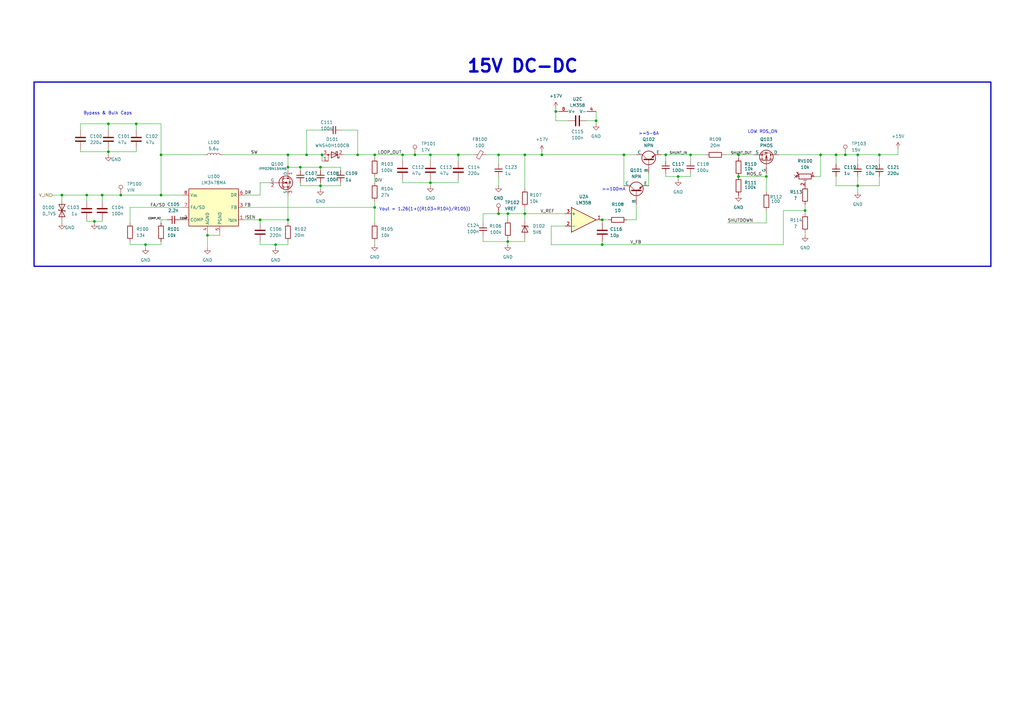
<source format=kicad_sch>
(kicad_sch (version 20250114) (generator "eeschema") (generator_version "9.0")
  (paper "A3")
  (lib_symbols
    (symbol "Amplifier_Operational:LM358" (pin_names (offset 0.127))
      (property "Reference" "U" (at 0 5.08 0))
      (property "Value" "LM358" (at 0 -5.08 0))
      (symbol "LM358_1_1"
        (polyline (pts (xy -5.08 5.08) (xy 5.08 0) (xy -5.08 -5.08) (xy -5.08 5.08)) (stroke (width 0.254)) (fill (type background)))
        (pin input line (at -7.62 2.54 0) (length 2.54) (name "+") (number "3"))
        (pin input line (at -7.62 -2.54 0) (length 2.54) (name "-") (number "2"))
        (pin output line (at 7.62 0 180) (length 2.54) (name "~") (number "1"))
      )
      (symbol "LM358_2_1"
        (polyline (pts (xy -5.08 5.08) (xy 5.08 0) (xy -5.08 -5.08) (xy -5.08 5.08)) (stroke (width 0.254)) (fill (type background)))
        (pin input line (at -7.62 2.54 0) (length 2.54) (name "+") (number "5"))
        (pin input line (at -7.62 -2.54 0) (length 2.54) (name "-") (number "6"))
        (pin output line (at 7.62 0 180) (length 2.54) (name "~") (number "7"))
      )
      (symbol "LM358_3_1"
        (pin power_in line (at -2.54 7.62 270) (length 3.81) (name "V+") (number "8"))
        (pin power_in line (at -2.54 -7.62 90) (length 3.81) (name "V-") (number "4"))
      )
    )
    (symbol "Connector:TestPoint" (pin_numbers (hide yes)) (pin_names (offset 0.762) (hide yes))
      (property "Reference" "TP" (at 0 6.858 0))
      (property "Value" "TestPoint" (at 0 5.08 0))
      (symbol "TestPoint_0_1"
        (circle (center 0 3.302) (radius 0.762))
      )
      (symbol "TestPoint_1_1"
        (pin passive line (at 0 0 90) (length 2.54) (name "1") (number "1"))
      )
    )
    (symbol "Device:C" (pin_numbers (hide yes)) (pin_names (offset 0.254))
      (property "Reference" "C" (at 0.635 2.54 0))
      (property "Value" "C" (at 0.635 -2.54 0))
      (symbol "C_0_1"
        (polyline (pts (xy -2.032 0.762) (xy 2.032 0.762)) (stroke (width 0.508)))
        (polyline (pts (xy -2.032 -0.762) (xy 2.032 -0.762)) (stroke (width 0.508)))
      )
      (symbol "C_1_1"
        (pin passive line (at 0 3.81 270) (length 2.794) (name "~") (number "1"))
        (pin passive line (at 0 -3.81 90) (length 2.794) (name "~") (number "2"))
      )
    )
    (symbol "Device:C_Small" (pin_numbers (hide yes)) (pin_names (offset 0.254) (hide yes))
      (property "Reference" "C" (at 0.254 1.778 0))
      (property "Value" "C_Small" (at 0.254 -2.032 0))
      (symbol "C_Small_0_1"
        (polyline (pts (xy -1.524 0.508) (xy 1.524 0.508)) (stroke (width 0.3048)))
        (polyline (pts (xy -1.524 -0.508) (xy 1.524 -0.508)) (stroke (width 0.3302)))
      )
      (symbol "C_Small_1_1"
        (pin passive line (at 0 2.54 270) (length 2.032) (name "~") (number "1"))
        (pin passive line (at 0 -2.54 90) (length 2.032) (name "~") (number "2"))
      )
    )
    (symbol "Device:D_Schottky_AKA" (pin_names (offset 0) (hide yes))
      (property "Reference" "D" (at 0 2.54 0))
      (property "Value" "D_Schottky_AKA" (at 0 -2.54 0))
      (symbol "D_Schottky_AKA_0_1"
        (polyline (pts (xy -1.905 0.635) (xy -1.905 1.27) (xy -1.27 1.27) (xy -1.27 -1.27) (xy -0.635 -1.27) (xy -0.635 -0.635)) (stroke (width 0.254)))
        (polyline (pts (xy 1.27 1.27) (xy 1.27 -1.27) (xy -1.27 0) (xy 1.27 1.27)) (stroke (width 0.254)))
        (circle (center 2.54 0) (radius 0.254) (fill (type outline)))
        (polyline (pts (xy 3.81 2.54) (xy 2.54 2.54) (xy 2.54 0) (xy -1.27 0)))
      )
      (symbol "D_Schottky_AKA_1_1"
        (pin passive line (at -3.81 0 0) (length 2.54) (name "K") (number "2"))
        (pin input line (at 5.08 2.54 180) (length 2.54) (name "A") (number "1"))
        (pin passive line (at 5.08 0 180) (length 2.54) (name "A") (number "3"))
      )
    )
    (symbol "Device:D_TVS" (pin_numbers (hide yes)) (pin_names (offset 1.016) (hide yes))
      (property "Reference" "D" (at 0 2.54 0))
      (property "Value" "D_TVS" (at 0 -2.54 0))
      (symbol "D_TVS_0_1"
        (polyline (pts (xy -2.54 1.27) (xy -2.54 -1.27) (xy 2.54 1.27) (xy 2.54 -1.27) (xy -2.54 1.27)) (stroke (width 0.254)))
        (polyline (pts (xy 0.508 1.27) (xy 0 1.27) (xy 0 -1.27) (xy -0.508 -1.27)) (stroke (width 0.254)))
        (polyline (pts (xy 1.27 0) (xy -1.27 0)))
      )
      (symbol "D_TVS_1_1"
        (pin passive line (at -3.81 0 0) (length 2.54) (name "A1") (number "1"))
        (pin passive line (at 3.81 0 180) (length 2.54) (name "A2") (number "2"))
      )
    )
    (symbol "Device:D_Zener" (pin_numbers (hide yes)) (pin_names (offset 1.016) (hide yes))
      (property "Reference" "D" (at 0 2.54 0))
      (property "Value" "D_Zener" (at 0 -2.54 0))
      (symbol "D_Zener_0_1"
        (polyline (pts (xy -1.27 -1.27) (xy -1.27 1.27) (xy -0.762 1.27)) (stroke (width 0.254)))
        (polyline (pts (xy 1.27 0) (xy -1.27 0)))
        (polyline (pts (xy 1.27 -1.27) (xy 1.27 1.27) (xy -1.27 0) (xy 1.27 -1.27)) (stroke (width 0.254)))
      )
      (symbol "D_Zener_1_1"
        (pin passive line (at -3.81 0 0) (length 2.54) (name "K") (number "1"))
        (pin passive line (at 3.81 0 180) (length 2.54) (name "A") (number "2"))
      )
    )
    (symbol "Device:FerriteBead_Small" (pin_numbers (hide yes)) (pin_names (offset 0))
      (property "Reference" "FB" (at 1.905 1.27 0))
      (property "Value" "FerriteBead_Small" (at 1.905 -1.27 0))
      (symbol "FerriteBead_Small_0_1"
        (polyline (pts (xy -1.8288 0.2794) (xy -1.1176 1.4986) (xy 1.8288 -0.2032) (xy 1.1176 -1.4224) (xy -1.8288 0.2794)))
        (polyline (pts (xy 0 0.889) (xy 0 1.2954)))
        (polyline (pts (xy 0 -1.27) (xy 0 -0.7874)))
      )
      (symbol "FerriteBead_Small_1_1"
        (pin passive line (at 0 2.54 270) (length 1.27) (name "~") (number "1"))
        (pin passive line (at 0 -2.54 90) (length 1.27) (name "~") (number "2"))
      )
    )
    (symbol "Device:L" (pin_numbers (hide yes)) (pin_names (offset 1.016) (hide yes))
      (property "Reference" "L" (at -1.27 0 90))
      (property "Value" "L" (at 1.905 0 90))
      (symbol "L_0_1"
        (arc (start 0 2.54) (mid 0.6323 1.905) (end 0 1.27))
        (arc (start 0 1.27) (mid 0.6323 0.635) (end 0 0))
        (arc (start 0 0) (mid 0.6323 -0.635) (end 0 -1.27))
        (arc (start 0 -1.27) (mid 0.6323 -1.905) (end 0 -2.54))
      )
      (symbol "L_1_1"
        (pin passive line (at 0 3.81 270) (length 1.27) (name "1") (number "1"))
        (pin passive line (at 0 -3.81 90) (length 1.27) (name "2") (number "2"))
      )
    )
    (symbol "Device:R" (pin_numbers (hide yes)) (pin_names (offset 0))
      (property "Reference" "R" (at 2.032 0 90))
      (property "Value" "R" (at 0 0 90))
      (symbol "R_0_1"
        (rectangle (start -1.016 -2.54) (end 1.016 2.54) (stroke (width 0.254)))
      )
      (symbol "R_1_1"
        (pin passive line (at 0 3.81 270) (length 1.27) (name "~") (number "1"))
        (pin passive line (at 0 -3.81 90) (length 1.27) (name "~") (number "2"))
      )
    )
    (symbol "Device:R_Potentiometer_Trim" (pin_names (offset 1.016) (hide yes))
      (property "Reference" "RV" (at -4.445 0 90))
      (property "Value" "R_Potentiometer_Trim" (at -2.54 0 90))
      (symbol "R_Potentiometer_Trim_0_1"
        (rectangle (start 1.016 2.54) (end -1.016 -2.54) (stroke (width 0.254)))
        (polyline (pts (xy 1.524 0.762) (xy 1.524 -0.762)))
        (polyline (pts (xy 2.54 0) (xy 1.524 0)))
      )
      (symbol "R_Potentiometer_Trim_1_1"
        (pin passive line (at 0 3.81 270) (length 1.27) (name "1") (number "1"))
        (pin passive line (at 0 -3.81 90) (length 1.27) (name "3") (number "3"))
        (pin passive line (at 3.81 0 180) (length 1.27) (name "2") (number "2"))
      )
    )
    (symbol "GND_1" (power) (pin_numbers (hide yes)) (pin_names (offset 0) (hide yes))
      (property "Value" "GND" (at 0 -3.81 0))
      (symbol "GND_1_0_1"
        (polyline (pts (xy 0 0) (xy 0 -1.27) (xy 1.27 -1.27) (xy 0 -2.54) (xy -1.27 -1.27) (xy 0 -1.27)))
      )
      (symbol "GND_1_1_1"
        (pin power_in line (at 0 0 270) (length 0) (name "~") (number "1"))
      )
    )
    (symbol "GND_2" (power) (pin_numbers (hide yes)) (pin_names (offset 0) (hide yes))
      (property "Value" "GND" (at 0 -3.81 0))
      (symbol "GND_2_0_1"
        (polyline (pts (xy 0 0) (xy 0 -1.27) (xy 1.27 -1.27) (xy 0 -2.54) (xy -1.27 -1.27) (xy 0 -1.27)))
      )
      (symbol "GND_2_1_1"
        (pin power_in line (at 0 0 270) (length 0) (name "~") (number "1"))
      )
    )
    (symbol "NPN_1" (pin_numbers (hide yes)) (pin_names (offset 0))
      (property "Reference" "Q102" (at 8.89 0 90))
      (property "Value" "NPN" (at 6.35 0 90))
      (symbol "NPN_1_0_1"
        (polyline (pts (xy -2.54 0) (xy 0.635 0)) (stroke (width 0.1524)))
        (polyline (pts (xy 0.635 1.905) (xy 0.635 -1.905) (xy 0.635 -1.905)) (stroke (width 0.508)))
        (polyline (pts (xy 0.635 0.635) (xy 2.54 2.54)))
        (polyline (pts (xy 0.635 -0.635) (xy 2.54 -2.54) (xy 2.54 -2.54)))
        (circle (center 1.27 0) (radius 2.8194) (stroke (width 0.254)))
        (polyline (pts (xy 1.27 -1.778) (xy 1.778 -1.27) (xy 2.286 -2.286) (xy 1.27 -1.778) (xy 1.27 -1.778)) (fill (type outline)))
        (polyline (pts (xy 2.794 -1.27) (xy 2.794 -1.27)) (stroke (width 0.1524)))
        (polyline (pts (xy 2.794 -1.27) (xy 2.794 -1.27)) (stroke (width 0.1524)))
      )
      (symbol "NPN_1_1_1"
        (pin input line (at -5.08 0 0) (length 2.54) (name "B") (number "1"))
        (pin open_collector line (at 2.54 5.08 270) (length 2.54) (name "C") (number "2"))
        (pin open_emitter line (at 2.54 -5.08 90) (length 2.54) (name "E") (number "3"))
      )
    )
    (symbol "Power_symbols:+17V" (power) (pin_numbers (hide yes)) (in_bom no) (on_board no)
      (property "Value" "+17V" (at -0.635 3.81 0))
      (symbol "+17V_0_1"
        (polyline (pts (xy -0.762 1.27) (xy 0 2.54)))
        (polyline (pts (xy 0 2.54) (xy 0.762 1.27)))
        (polyline (pts (xy 0 0) (xy 0 2.54)))
      )
      (symbol "+17V_1_1"
        (pin power_in line (at 0 0 90) (length 0) (hide yes) (name "+17V") (number "1"))
      )
    )
    (symbol "Regulator_Controller:LM3478MA"
      (property "Reference" "U" (at -9.525 8.89 0))
      (property "Value" "LM3478MA" (at 5.08 8.89 0))
      (symbol "LM3478MA_0_1"
        (rectangle (start -10.16 7.62) (end 10.16 -7.62) (stroke (width 0.254)) (fill (type background)))
      )
      (symbol "LM3478MA_1_1"
        (pin power_in line (at -12.7 5.08 0) (length 2.54) (name "V_{IN}") (number "8"))
        (pin input line (at -12.7 0 0) (length 2.54) (name "FA/SD") (number "7"))
        (pin input line (at -12.7 -5.08 0) (length 2.54) (name "COMP") (number "2"))
        (pin power_in line (at -2.54 -10.16 90) (length 2.54) (name "AGND") (number "4"))
        (pin power_in line (at 2.54 -10.16 90) (length 2.54) (name "PGND") (number "5"))
        (pin output line (at 12.7 5.08 180) (length 2.54) (name "DR") (number "6"))
        (pin input line (at 12.7 0 180) (length 2.54) (name "FB") (number "3"))
        (pin input line (at 12.7 -5.08 180) (length 2.54) (name "I_{SEN}") (number "1"))
      )
    )
    (symbol "Simulation_SPICE:NMOS" (pin_names (offset 0))
      (property "Reference" "Q" (at 5.08 1.27 0))
      (property "Value" "NMOS" (at 5.08 -1.27 0))
      (symbol "NMOS_0_1"
        (polyline (pts (xy 0.254 1.905) (xy 0.254 -1.905)) (stroke (width 0.254)))
        (polyline (pts (xy 0.254 0) (xy -2.54 0)))
        (polyline (pts (xy 0.762 2.286) (xy 0.762 1.27)) (stroke (width 0.254)))
        (polyline (pts (xy 0.762 0.508) (xy 0.762 -0.508)) (stroke (width 0.254)))
        (polyline (pts (xy 0.762 -1.27) (xy 0.762 -2.286)) (stroke (width 0.254)))
        (polyline (pts (xy 0.762 -1.778) (xy 3.302 -1.778) (xy 3.302 1.778) (xy 0.762 1.778)))
        (polyline (pts (xy 1.016 0) (xy 2.032 0.381) (xy 2.032 -0.381) (xy 1.016 0)) (fill (type outline)))
        (circle (center 1.651 0) (radius 2.794) (stroke (width 0.254)))
        (polyline (pts (xy 2.54 2.54) (xy 2.54 1.778)))
        (circle (center 2.54 1.778) (radius 0.254) (fill (type outline)))
        (circle (center 2.54 -1.778) (radius 0.254) (fill (type outline)))
        (polyline (pts (xy 2.54 -2.54) (xy 2.54 0) (xy 0.762 0)))
        (polyline (pts (xy 2.794 0.508) (xy 2.921 0.381) (xy 3.683 0.381) (xy 3.81 0.254)))
        (polyline (pts (xy 3.302 0.381) (xy 2.921 -0.254) (xy 3.683 -0.254) (xy 3.302 0.381)))
      )
      (symbol "NMOS_1_1"
        (pin input line (at -5.08 0 0) (length 2.54) (name "G") (number "2"))
        (pin passive line (at 2.54 5.08 270) (length 2.54) (name "D") (number "1"))
        (pin passive line (at 2.54 -5.08 90) (length 2.54) (name "S") (number "3"))
      )
    )
    (symbol "Simulation_SPICE:NPN" (pin_numbers (hide yes)) (pin_names (offset 0))
      (property "Reference" "Q" (at -2.54 7.62 0))
      (property "Value" "NPN" (at -2.54 5.08 0))
      (symbol "NPN_0_1"
        (polyline (pts (xy -2.54 0) (xy 0.635 0)) (stroke (width 0.1524)))
        (polyline (pts (xy 0.635 1.905) (xy 0.635 -1.905) (xy 0.635 -1.905)) (stroke (width 0.508)))
        (polyline (pts (xy 0.635 0.635) (xy 2.54 2.54)))
        (polyline (pts (xy 0.635 -0.635) (xy 2.54 -2.54) (xy 2.54 -2.54)))
        (circle (center 1.27 0) (radius 2.8194) (stroke (width 0.254)))
        (polyline (pts (xy 1.27 -1.778) (xy 1.778 -1.27) (xy 2.286 -2.286) (xy 1.27 -1.778) (xy 1.27 -1.778)) (fill (type outline)))
        (polyline (pts (xy 2.794 -1.27) (xy 2.794 -1.27)) (stroke (width 0.1524)))
        (polyline (pts (xy 2.794 -1.27) (xy 2.794 -1.27)) (stroke (width 0.1524)))
      )
      (symbol "NPN_1_1"
        (pin input line (at -5.08 0 0) (length 2.54) (name "B") (number "2"))
        (pin open_collector line (at 2.54 5.08 270) (length 2.54) (name "C") (number "1"))
        (pin open_emitter line (at 2.54 -5.08 90) (length 2.54) (name "E") (number "3"))
      )
    )
    (symbol "Simulation_SPICE:PMOS" (pin_numbers (hide yes)) (pin_names (offset 0))
      (property "Reference" "Q103" (at 8.89 0 90))
      (property "Value" "PMOS" (at 6.35 0 90))
      (symbol "PMOS_0_1"
        (polyline (pts (xy 0.254 1.905) (xy 0.254 -1.905)) (stroke (width 0.254)))
        (polyline (pts (xy 0.254 0) (xy -2.54 0)))
        (polyline (pts (xy 0.762 2.286) (xy 0.762 1.27)) (stroke (width 0.254)))
        (polyline (pts (xy 0.762 1.778) (xy 3.302 1.778) (xy 3.302 -1.778) (xy 0.762 -1.778)))
        (polyline (pts (xy 0.762 0.508) (xy 0.762 -0.508)) (stroke (width 0.254)))
        (polyline (pts (xy 0.762 -1.27) (xy 0.762 -2.286)) (stroke (width 0.254)))
        (circle (center 1.651 0) (radius 2.794) (stroke (width 0.254)))
        (polyline (pts (xy 2.286 0) (xy 1.27 0.381) (xy 1.27 -0.381) (xy 2.286 0)) (fill (type outline)))
        (polyline (pts (xy 2.54 2.54) (xy 2.54 1.778)))
        (circle (center 2.54 1.778) (radius 0.254) (fill (type outline)))
        (circle (center 2.54 -1.778) (radius 0.254) (fill (type outline)))
        (polyline (pts (xy 2.54 -2.54) (xy 2.54 0) (xy 0.762 0)))
        (polyline (pts (xy 2.794 -0.508) (xy 2.921 -0.381) (xy 3.683 -0.381) (xy 3.81 -0.254)))
        (polyline (pts (xy 3.302 -0.381) (xy 2.921 0.254) (xy 3.683 0.254) (xy 3.302 -0.381)))
      )
      (symbol "PMOS_1_1"
        (pin input line (at -5.08 0 0) (length 2.54) (name "G") (number "1"))
        (pin passive line (at 2.54 5.08 270) (length 2.54) (name "D") (number "2"))
        (pin passive line (at 2.54 -5.08 90) (length 2.54) (name "S") (number "3"))
      )
    )
    (symbol "power:+15V" (power) (pin_numbers (hide yes)) (pin_names (offset 0) (hide yes))
      (property "Value" "+15V" (at 0 3.556 0))
      (symbol "+15V_0_1"
        (polyline (pts (xy -0.762 1.27) (xy 0 2.54)))
        (polyline (pts (xy 0 2.54) (xy 0.762 1.27)))
        (polyline (pts (xy 0 0) (xy 0 2.54)))
      )
      (symbol "+15V_1_1"
        (pin power_in line (at 0 0 90) (length 0) (name "~") (number "1"))
      )
    )
    (symbol "power:GND" (power) (pin_names (offset 0))
      (property "Value" "GND" (at 0 -3.81 0))
      (symbol "GND_0_1"
        (polyline (pts (xy 0 0) (xy 0 -1.27) (xy 1.27 -1.27) (xy 0 -2.54) (xy -1.27 -1.27) (xy 0 -1.27)))
      )
      (symbol "GND_1_1"
        (pin power_in line (at 0 0 270) (length 0) (hide yes) (name "GND") (number "1"))
      )
    )
  )
  (rectangle (start 13.97 33.655) (end 406.4 109.22) (stroke (width 0.5)))
  (text "LOW RDS_ON" (at 312.801 54.102 0) (effects (font (size 1.27 1.27))))
  (text ">=5-6A" (at 266.065 54.864 0) (effects (font (size 1.27 1.27))))
  (text "15V DC-DC" (at 191.262 30.226 0) (effects (font (size 5.12 5.12) (thickness 1.024) (bold yes)) (justify left bottom)))
  (text "Vout = 1.26(1+((R103+R104)/R105))" (at 174.244 85.852 0) (effects (font (size 1.27 1.27))))
  (text "Bypass & Bulk Caps" (at 44.196 46.482 0) (effects (font (size 1.27 1.27))))
  (text ">=100mA" (at 251.714 77.724 0) (effects (font (size 1.27 1.27))))
  (junction (at 351.79 76.2))
  (junction (at 244.475 49.53))
  (junction (at 351.79 63.5))
  (junction (at 227.965 45.72))
  (junction (at 35.56 80.01))
  (junction (at 208.28 99.06))
  (junction (at 204.47 87.63))
  (junction (at 55.88 50.8))
  (junction (at 165.1 63.5))
  (junction (at 222.25 63.5))
  (junction (at 131.445 68.58))
  (junction (at 204.47 63.5))
  (junction (at 170.18 63.5))
  (junction (at 131.445 76.2))
  (junction (at 215.265 87.63))
  (junction (at 44.45 50.8))
  (junction (at 49.53 80.01))
  (junction (at 283.21 63.5))
  (junction (at 85.09 96.52))
  (junction (at 273.05 63.5))
  (junction (at 118.11 90.17))
  (junction (at 106.68 90.17))
  (junction (at 132.08 63.5))
  (junction (at 176.53 74.93))
  (junction (at 247.015 90.17))
  (junction (at 302.895 72.39))
  (junction (at 118.11 63.5))
  (junction (at 360.68 63.5))
  (junction (at 66.04 80.01))
  (junction (at 153.67 85.09))
  (junction (at 302.895 63.5))
  (junction (at 278.13 72.39))
  (junction (at 123.19 68.58))
  (junction (at 314.325 72.39))
  (junction (at 255.905 63.5))
  (junction (at 215.265 63.5))
  (junction (at 346.71 63.5))
  (junction (at 44.45 62.23))
  (junction (at 153.67 63.5))
  (junction (at 113.03 100.33))
  (junction (at 187.96 63.5))
  (junction (at 342.9 63.5))
  (junction (at 336.55 63.5))
  (junction (at 38.735 90.805))
  (junction (at 247.015 100.33))
  (junction (at 59.69 100.33))
  (junction (at 208.28 87.63))
  (junction (at 66.04 63.5))
  (junction (at 146.685 63.5))
  (junction (at 125.73 63.5))
  (junction (at 176.53 63.5))
  (junction (at 330.2 86.36))
  (junction (at 41.91 80.01))
  (junction (at 118.11 68.58))
  (junction (at 25.4 80.01))
  (no_connect (at 326.39 72.39))
  (wire (pts (xy 226.06 100.33) (xy 247.015 100.33)))
  (wire (pts (xy 336.55 63.5) (xy 342.9 63.5)))
  (wire (pts (xy 85.09 95.25) (xy 85.09 96.52)))
  (wire (pts (xy 330.2 95.25) (xy 330.2 96.52)))
  (wire (pts (xy 187.96 63.5) (xy 194.31 63.5)))
  (wire (pts (xy 35.56 80.01) (xy 35.56 82.55)))
  (wire (pts (xy 41.91 90.17) (xy 41.91 90.805)))
  (wire (pts (xy 153.67 72.39) (xy 153.67 74.93)))
  (wire (pts (xy 260.985 83.82) (xy 260.985 90.17)))
  (wire (pts (xy 131.445 74.93) (xy 131.445 76.2)))
  (wire (pts (xy 91.44 63.5) (xy 118.11 63.5)))
  (wire (pts (xy 113.03 100.33) (xy 113.03 101.6)))
  (wire (pts (xy 208.28 99.06) (xy 215.265 99.06)))
  (wire (pts (xy 53.34 99.06) (xy 53.34 100.33)))
  (wire (pts (xy 204.47 72.39) (xy 204.47 76.2)))
  (wire (pts (xy 247.015 100.33) (xy 321.31 100.33)))
  (wire (pts (xy 123.19 68.58) (xy 118.11 68.58)))
  (wire (pts (xy 125.73 53.34) (xy 125.73 63.5)))
  (wire (pts (xy 139.7 69.85) (xy 139.7 68.58)))
  (wire (pts (xy 273.05 63.5) (xy 273.05 66.04)))
  (wire (pts (xy 66.04 99.06) (xy 66.04 100.33)))
  (wire (pts (xy 222.25 63.5) (xy 255.905 63.5)))
  (wire (pts (xy 132.08 63.5) (xy 132.08 66.04)))
  (wire (pts (xy 106.68 74.93) (xy 110.49 74.93)))
  (wire (pts (xy 244.475 49.53) (xy 244.475 50.8)))
  (wire (pts (xy 360.68 67.31) (xy 360.68 63.5)))
  (wire (pts (xy 222.25 62.23) (xy 222.25 63.5)))
  (wire (pts (xy 297.18 63.5) (xy 302.895 63.5)))
  (wire (pts (xy 38.735 90.805) (xy 41.91 90.805)))
  (wire (pts (xy 215.265 87.63) (xy 215.265 90.17)))
  (wire (pts (xy 321.31 86.36) (xy 330.2 86.36)))
  (wire (pts (xy 153.67 63.5) (xy 165.1 63.5)))
  (wire (pts (xy 123.19 69.85) (xy 123.19 68.58)))
  (wire (pts (xy 74.93 85.09) (xy 53.34 85.09)))
  (wire (pts (xy 314.325 72.39) (xy 314.325 78.74)))
  (wire (pts (xy 204.47 63.5) (xy 215.265 63.5)))
  (wire (pts (xy 139.7 68.58) (xy 131.445 68.58)))
  (wire (pts (xy 255.905 63.5) (xy 255.905 76.2)))
  (wire (pts (xy 283.21 71.12) (xy 283.21 72.39)))
  (wire (pts (xy 66.04 63.5) (xy 83.82 63.5)))
  (wire (pts (xy 198.12 91.44) (xy 198.12 87.63)))
  (wire (pts (xy 278.13 72.39) (xy 273.05 72.39)))
  (wire (pts (xy 176.53 73.66) (xy 176.53 74.93)))
  (wire (pts (xy 44.45 50.8) (xy 55.88 50.8)))
  (wire (pts (xy 38.735 90.805) (xy 38.735 91.44)))
  (wire (pts (xy 90.17 95.25) (xy 90.17 96.52)))
  (wire (pts (xy 44.45 50.8) (xy 44.45 53.34)))
  (wire (pts (xy 215.265 97.79) (xy 215.265 99.06)))
  (wire (pts (xy 227.965 45.72) (xy 229.235 45.72)))
  (wire (pts (xy 131.445 68.58) (xy 123.19 68.58)))
  (wire (pts (xy 215.265 63.5) (xy 215.265 77.47)))
  (wire (pts (xy 106.68 90.17) (xy 118.11 90.17)))
  (wire (pts (xy 260.985 90.17) (xy 257.175 90.17)))
  (wire (pts (xy 187.96 74.93) (xy 176.53 74.93)))
  (wire (pts (xy 336.55 72.39) (xy 336.55 63.5)))
  (wire (pts (xy 118.11 90.17) (xy 118.11 91.44)))
  (wire (pts (xy 227.965 49.53) (xy 227.965 45.72)))
  (wire (pts (xy 170.18 63.5) (xy 176.53 63.5)))
  (wire (pts (xy 118.11 80.01) (xy 118.11 90.17)))
  (wire (pts (xy 59.69 100.33) (xy 59.69 101.6)))
  (wire (pts (xy 44.45 60.96) (xy 44.45 62.23)))
  (wire (pts (xy 302.895 63.5) (xy 302.895 64.77)))
  (wire (pts (xy 198.12 96.52) (xy 198.12 99.06)))
  (wire (pts (xy 244.475 49.53) (xy 244.475 45.72)))
  (wire (pts (xy 53.34 85.09) (xy 53.34 91.44)))
  (wire (pts (xy 204.47 63.5) (xy 204.47 67.31)))
  (wire (pts (xy 66.04 50.8) (xy 66.04 63.5)))
  (wire (pts (xy 368.3 60.96) (xy 368.3 63.5)))
  (wire (pts (xy 106.68 90.17) (xy 106.68 91.44)))
  (wire (pts (xy 25.4 80.01) (xy 25.4 82.55)))
  (wire (pts (xy 215.265 85.09) (xy 215.265 87.63)))
  (wire (pts (xy 351.79 76.2) (xy 351.79 78.74)))
  (wire (pts (xy 208.28 100.33) (xy 208.28 99.06)))
  (wire (pts (xy 342.9 63.5) (xy 346.71 63.5)))
  (wire (pts (xy 314.325 86.36) (xy 314.325 91.44)))
  (wire (pts (xy 208.28 90.17) (xy 208.28 87.63)))
  (wire (pts (xy 314.325 72.39) (xy 314.325 71.12)))
  (wire (pts (xy 266.065 71.12) (xy 266.065 76.2)))
  (wire (pts (xy 131.445 76.2) (xy 139.7 76.2)))
  (wire (pts (xy 176.53 63.5) (xy 187.96 63.5)))
  (wire (pts (xy 298.45 91.44) (xy 314.325 91.44)))
  (wire (pts (xy 106.68 80.01) (xy 100.33 80.01)))
  (wire (pts (xy 35.56 90.805) (xy 38.735 90.805)))
  (wire (pts (xy 199.39 63.5) (xy 204.47 63.5)))
  (wire (pts (xy 330.2 86.36) (xy 330.2 87.63)))
  (wire (pts (xy 85.09 96.52) (xy 85.09 101.6)))
  (wire (pts (xy 255.905 63.5) (xy 260.985 63.5)))
  (wire (pts (xy 106.68 99.06) (xy 106.68 100.33)))
  (wire (pts (xy 118.11 68.58) (xy 118.11 69.85)))
  (wire (pts (xy 123.19 74.93) (xy 123.19 76.2)))
  (wire (pts (xy 233.045 49.53) (xy 227.965 49.53)))
  (wire (pts (xy 360.68 63.5) (xy 368.3 63.5)))
  (wire (pts (xy 146.685 63.5) (xy 153.67 63.5)))
  (wire (pts (xy 66.04 50.8) (xy 55.88 50.8)))
  (wire (pts (xy 55.88 60.96) (xy 55.88 62.23)))
  (wire (pts (xy 53.34 100.33) (xy 59.69 100.33)))
  (wire (pts (xy 33.02 50.8) (xy 44.45 50.8)))
  (wire (pts (xy 41.91 80.01) (xy 41.91 82.55)))
  (wire (pts (xy 351.79 63.5) (xy 360.68 63.5)))
  (wire (pts (xy 204.47 87.63) (xy 208.28 87.63)))
  (wire (pts (xy 226.06 100.33) (xy 226.06 92.71)))
  (wire (pts (xy 35.56 80.01) (xy 41.91 80.01)))
  (wire (pts (xy 351.79 63.5) (xy 351.79 67.31)))
  (wire (pts (xy 283.21 63.5) (xy 283.21 66.04)))
  (wire (pts (xy 33.02 62.23) (xy 33.02 60.96)))
  (wire (pts (xy 330.2 83.82) (xy 330.2 86.36)))
  (wire (pts (xy 125.73 63.5) (xy 132.08 63.5)))
  (wire (pts (xy 41.91 80.01) (xy 49.53 80.01)))
  (wire (pts (xy 342.9 76.2) (xy 351.79 76.2)))
  (wire (pts (xy 55.88 50.8) (xy 55.88 53.34)))
  (wire (pts (xy 351.79 76.2) (xy 360.68 76.2)))
  (wire (pts (xy 278.13 72.39) (xy 278.13 73.66)))
  (wire (pts (xy 100.33 90.17) (xy 106.68 90.17)))
  (wire (pts (xy 139.7 76.2) (xy 139.7 74.93)))
  (wire (pts (xy 25.4 90.17) (xy 25.4 91.44)))
  (wire (pts (xy 215.265 87.63) (xy 231.775 87.63)))
  (wire (pts (xy 68.58 90.17) (xy 66.04 90.17)))
  (wire (pts (xy 74.93 80.01) (xy 66.04 80.01)))
  (wire (pts (xy 198.12 87.63) (xy 204.47 87.63)))
  (wire (pts (xy 146.685 53.34) (xy 146.685 63.5)))
  (wire (pts (xy 346.71 63.5) (xy 351.79 63.5)))
  (wire (pts (xy 187.96 63.5) (xy 187.96 66.04)))
  (wire (pts (xy 153.67 63.5) (xy 153.67 64.77)))
  (wire (pts (xy 106.68 100.33) (xy 113.03 100.33)))
  (wire (pts (xy 85.09 96.52) (xy 90.17 96.52)))
  (wire (pts (xy 66.04 80.01) (xy 66.04 63.5)))
  (wire (pts (xy 198.12 99.06) (xy 208.28 99.06)))
  (wire (pts (xy 342.9 72.39) (xy 342.9 76.2)))
  (wire (pts (xy 55.88 62.23) (xy 44.45 62.23)))
  (wire (pts (xy 33.02 50.8) (xy 33.02 53.34)))
  (wire (pts (xy 342.9 63.5) (xy 342.9 67.31)))
  (wire (pts (xy 273.05 63.5) (xy 283.21 63.5)))
  (wire (pts (xy 176.53 74.93) (xy 165.1 74.93)))
  (wire (pts (xy 153.67 82.55) (xy 153.67 85.09)))
  (wire (pts (xy 113.03 100.33) (xy 118.11 100.33)))
  (wire (pts (xy 247.015 90.17) (xy 249.555 90.17)))
  (wire (pts (xy 153.67 99.06) (xy 153.67 100.33)))
  (wire (pts (xy 131.445 76.2) (xy 131.445 77.47)))
  (wire (pts (xy 302.895 72.39) (xy 314.325 72.39)))
  (wire (pts (xy 21.59 80.01) (xy 25.4 80.01)))
  (wire (pts (xy 334.01 72.39) (xy 336.55 72.39)))
  (wire (pts (xy 176.53 63.5) (xy 176.53 66.04)))
  (wire (pts (xy 123.19 76.2) (xy 131.445 76.2)))
  (wire (pts (xy 44.45 63.5) (xy 44.45 62.23)))
  (wire (pts (xy 247.015 91.44) (xy 247.015 90.17)))
  (wire (pts (xy 351.79 72.39) (xy 351.79 76.2)))
  (wire (pts (xy 165.1 63.5) (xy 170.18 63.5)))
  (wire (pts (xy 165.1 63.5) (xy 165.1 66.04)))
  (wire (pts (xy 208.28 99.06) (xy 208.28 97.79)))
  (wire (pts (xy 247.015 100.33) (xy 247.015 99.06)))
  (wire (pts (xy 240.665 49.53) (xy 244.475 49.53)))
  (wire (pts (xy 25.4 80.01) (xy 35.56 80.01)))
  (wire (pts (xy 100.33 85.09) (xy 153.67 85.09)))
  (wire (pts (xy 131.445 68.58) (xy 131.445 69.85)))
  (wire (pts (xy 215.265 63.5) (xy 222.25 63.5)))
  (wire (pts (xy 140.97 63.5) (xy 146.685 63.5)))
  (wire (pts (xy 187.96 73.66) (xy 187.96 74.93)))
  (wire (pts (xy 226.06 92.71) (xy 231.775 92.71)))
  (wire (pts (xy 321.31 86.36) (xy 321.31 100.33)))
  (wire (pts (xy 118.11 63.5) (xy 125.73 63.5)))
  (wire (pts (xy 66.04 90.17) (xy 66.04 91.44)))
  (wire (pts (xy 283.21 63.5) (xy 289.56 63.5)))
  (wire (pts (xy 278.13 72.39) (xy 283.21 72.39)))
  (wire (pts (xy 59.69 100.33) (xy 66.04 100.33)))
  (wire (pts (xy 176.53 76.2) (xy 176.53 74.93)))
  (wire (pts (xy 106.68 74.93) (xy 106.68 80.01)))
  (wire (pts (xy 165.1 74.93) (xy 165.1 73.66)))
  (wire (pts (xy 35.56 90.17) (xy 35.56 90.805)))
  (wire (pts (xy 139.7 53.34) (xy 146.685 53.34)))
  (wire (pts (xy 360.68 76.2) (xy 360.68 72.39)))
  (wire (pts (xy 208.28 87.63) (xy 215.265 87.63)))
  (wire (pts (xy 302.895 63.5) (xy 309.245 63.5)))
  (wire (pts (xy 227.965 44.45) (xy 227.965 45.72)))
  (wire (pts (xy 118.11 63.5) (xy 118.11 68.58)))
  (wire (pts (xy 273.05 72.39) (xy 273.05 71.12)))
  (wire (pts (xy 118.11 99.06) (xy 118.11 100.33)))
  (wire (pts (xy 153.67 85.09) (xy 153.67 91.44)))
  (wire (pts (xy 271.145 63.5) (xy 273.05 63.5)))
  (wire (pts (xy 49.53 80.01) (xy 66.04 80.01)))
  (wire (pts (xy 73.66 90.17) (xy 74.93 90.17)))
  (wire (pts (xy 134.62 53.34) (xy 125.73 53.34)))
  (wire (pts (xy 33.02 62.23) (xy 44.45 62.23)))
  (wire (pts (xy 319.405 63.5) (xy 336.55 63.5)))
  (label "DIV" (at 153.67 74.93 0))
  (label "LOOP_OUT" (at 154.94 63.5 0))
  (label "COMP_R2" (at 66.04 90.17 180) (effects (font (size 0.75 0.75))))
  (label "SHUNT_IN" (at 281.94 63.5 180) (effects (font (size 1 1))))
  (label "SW" (at 102.87 63.5 0))
  (label "SHUTDOWN" (at 298.45 91.44 0))
  (label "FA{slash}SD" (at 61.595 85.09 0))
  (label "V_FB" (at 258.445 100.33 0))
  (label "SHUNT_OUT" (at 299.72 63.5 0) (effects (font (size 1 1))))
  (label "DR" (at 100.33 80.01 0))
  (label "FB" (at 100.33 85.09 0))
  (label "MOS_G" (at 306.07 72.39 0))
  (label "COMP" (at 73.66 90.17 0) (effects (font (size 0.75 0.75))))
  (label "ISEN" (at 100.33 90.17 0))
  (label "V_REF" (at 221.615 87.63 0))
  (hierarchical_label "V_IN" (shape input) (at 21.59 80.01 180))
  (symbol (lib_id "power:GND") (at 131.445 77.47 0) (unit 1)
    (property "Reference" "#PWR06" (effects (hide yes)))
    (property "Value" "GND" (at 131.445 82.55 0))
  )
  (symbol (lib_id "power:GND") (at 330.2 96.52 0) (unit 1)
    (property "Reference" "#PWR011" (effects (hide yes)))
    (property "Value" "GND" (at 330.2 101.6 0))
  )
  (symbol (lib_id "power:GND") (at 59.69 101.6 0) (unit 1)
    (property "Reference" "#PWR03" (effects (hide yes)))
    (property "Value" "GND" (at 59.69 106.68 0))
  )
  (symbol (lib_id "Regulator_Controller:LM3478MA") (at 87.63 85.09 0) (unit 1)
    (property "Reference" "U100" (at 87.63 72.39 0))
    (property "Value" "LM3478MA" (at 87.63 74.93 0))
    (property "Footprint" "Package_SO:SOIC-8_3.9x4.9mm_P1.27mm" (effects (hide yes)))
    (property "Datasheet" "https://www.ti.com/lit/gpn/lm3478" (effects (hide yes)))
  )
  (symbol (lib_id "power:GND") (at 25.4 91.44 0) (unit 1)
    (property "Reference" "#PWR035" (effects (hide yes)))
    (property "Value" "GND" (at 28.575 93.345 0))
  )
  (symbol (lib_id "Device:R") (at 66.04 95.25 0) (unit 1)
    (property "Reference" "R101" (at 68.58 93.9799 0) (effects (justify left)))
    (property "Value" "10k" (at 68.58 96.5199 0) (effects (justify left)))
    (property "Footprint" "Resistor_SMD:R_0805_2012Metric_Pad1.20x1.40mm_HandSolder" (effects (hide yes)))
  )
  (symbol (lib_id "Device:FerriteBead_Small") (at 196.85 63.5 90) (unit 1)
    (property "Reference" "FB100" (at 196.8119 57.15 90))
    (property "Value" "100" (at 196.8119 59.69 90))
    (property "Footprint" "Inductor_SMD:L_0805_2012Metric_Pad1.15x1.40mm_HandSolder" (effects (hide yes)))
    (property "Datasheet" "https://www.mouser.se/datasheet/2/447/BBUP_Series-2090088.pdf" (effects (hide yes)))
    (property "Description" "Ferrite bead, small symbol" (effects (hide yes)))
    (property "Mouser NO:" "603-BBUP201209121Y00" (effects (hide yes)))
  )
  (symbol (lib_id "Connector:TestPoint") (at 49.53 80.01 0) (unit 1)
    (property "Reference" "TP100" (at 52.07 75.4379 0) (effects (justify left)))
    (property "Value" "VIN" (at 52.07 77.9779 0) (effects (justify left)))
    (property "Footprint" "Connector_Pin:Pin_D0.7mm_L6.5mm_W1.8mm_FlatFork" (effects (hide yes)))
    (property "Description" "test point" (effects (hide yes)))
  )
  (symbol (lib_id "Device:R") (at 302.895 76.2 0) (unit 1)
    (property "Reference" "R111" (at 305.308 74.93 0) (effects (justify left)))
    (property "Value" "100k" (at 305.308 76.835 0) (effects (justify left)))
    (property "Footprint" "Resistor_SMD:R_0805_2012Metric_Pad1.20x1.40mm_HandSolder" (effects (hide yes)))
  )
  (symbol (lib_id "Device:R") (at 330.2 91.44 0) (unit 1)
    (property "Reference" "R114" (at 323.977 90.297 0) (effects (justify left)))
    (property "Value" "?" (at 325.628 92.837 0) (effects (justify left)))
    (property "Footprint" "Resistor_SMD:R_0603_1608Metric_Pad0.98x0.95mm_HandSolder" (effects (hide yes)))
  )
  (symbol (lib_id "Device:R") (at 153.67 68.58 0) (unit 1)
    (property "Reference" "R103" (at 156.21 67.3099 0) (effects (justify left)))
    (property "Value" "100k" (at 156.21 69.8499 0) (effects (justify left)))
    (property "Footprint" "Resistor_SMD:R_0805_2012Metric_Pad1.20x1.40mm_HandSolder" (effects (hide yes)))
  )
  (symbol (lib_id "Device:R") (at 53.34 95.25 0) (unit 1)
    (property "Reference" "R100" (at 55.88 93.9799 0) (effects (justify left)))
    (property "Value" "13k" (at 55.88 96.5199 0) (effects (justify left)))
    (property "Footprint" "Resistor_SMD:R_0603_1608Metric_Pad0.98x0.95mm_HandSolder" (effects (hide yes)))
  )
  (symbol (lib_id "Connector:TestPoint") (at 204.47 87.63 0) (unit 1)
    (property "Reference" "TP102" (at 207.01 83.0579 0) (effects (justify left)))
    (property "Value" "VREF" (at 207.01 85.5979 0) (effects (justify left)))
    (property "Footprint" "Connector_Pin:Pin_D0.7mm_L6.5mm_W1.8mm_FlatFork" (effects (hide yes)))
    (property "Description" "test point" (effects (hide yes)))
  )
  (symbol (lib_id "Device:R") (at 253.365 90.17 90) (unit 1)
    (property "Reference" "R108" (at 253.365 83.82 90))
    (property "Value" "10" (at 253.365 86.36 90))
    (property "Footprint" "Resistor_SMD:R_0805_2012Metric_Pad1.20x1.40mm_HandSolder" (effects (hide yes)))
  )
  (symbol (lib_id "Simulation_SPICE:NPN") (at 260.985 78.74 90) (unit 1)
    (property "Reference" "Q101" (at 260.985 69.85 90))
    (property "Value" "NPN" (at 260.985 72.39 90))
    (property "Footprint" "Package_TO_SOT_SMD:SOT-23_Handsoldering" (effects (hide yes)))
    (property "Sim.Device" "NPN" (effects (hide yes)))
    (property "Sim.Type" "GUMMELPOON" (effects (hide yes)))
    (property "Sim.Pins" "1=C 2=B 3=E" (effects (hide yes)))
    (property "Mouser NO:" "637-BC817-16" (effects (hide yes)))
  )
  (symbol (lib_id "power:GND") (at 113.03 101.6 0) (unit 1)
    (property "Reference" "#PWR05" (effects (hide yes)))
    (property "Value" "GND" (at 113.03 106.68 0))
  )
  (symbol (lib_id "Device:R_Potentiometer_Trim") (at 330.2 72.39 270) (unit 1)
    (property "Reference" "RV100" (at 330.2 66.04 90))
    (property "Value" "10k" (at 330.2 68.58 90))
    (property "Footprint" "filip:Potentiometer_SMD_Trimmer_PVG3_3.6x3" (effects (hide yes)))
    (property "Description" "Trim-potentiometer" (effects (hide yes)))
    (property "Mouser NO:" "81-PVG3A103C01R00" (effects (hide yes)))
  )
  (symbol (lib_id "Device:C_Small") (at 131.445 72.39 0) (unit 1)
    (property "Reference" "C108" (at 133.985 71.12 0) (effects (justify left)))
    (property "Value" "100n" (at 133.985 73.66 0) (effects (justify left)))
    (property "Footprint" "Capacitor_SMD:C_0603_1608Metric_Pad1.08x0.95mm_HandSolder" (effects (hide yes)))
    (property "Type" "Ceramic" (effects (hide yes)))
  )
  (symbol (lib_id "Device:C_Small") (at 360.68 69.85 0) (unit 1)
    (property "Reference" "C121" (at 363.855 68.5862 0) (effects (justify left)))
    (property "Value" "220u" (at 363.855 71.1262 0) (effects (justify left)))
    (property "Footprint" "Capacitor_SMD:CP_Elec_10x10.5" (effects (hide yes)))
    (property "Datasheet" "https://eu.mouser.com/datasheet/2/447/KEM_A4088_A768-3316438.pdf" (effects (hide yes)))
    (property "Description" "Unpolarized capacitor, small symbol" (effects (hide yes)))
    (property "Mouser NO:" "80-A768MS227M1GLAS22" (effects (hide yes)))
  )
  (symbol (lib_id "Device:C") (at 187.96 69.85 0) (unit 1)
    (property "Reference" "C114" (at 191.77 68.5799 0) (effects (justify left)))
    (property "Value" "220u" (at 191.77 71.1199 0) (effects (justify left)))
    (property "Footprint" "Capacitor_SMD:CP_Elec_10x10.5" (effects (hide yes)))
    (property "Datasheet" "https://eu.mouser.com/datasheet/2/447/KEM_A4088_A768-3316438.pdf" (effects (hide yes)))
    (property "Mouser NO:" "80-A768MS227M1GLAS22" (effects (hide yes)))
    (property "Type" "Polymer" (effects (hide yes)))
  )
  (symbol (lib_name "GND_2") (lib_id "power:GND") (at 302.895 80.01 0) (unit 1)
    (property "Reference" "#PWR033" (effects (hide yes)))
    (property "Value" "GND" (at 302.895 85.09 0))
    (property "Description" "Power symbol creates a global label with name \"GND\" , ground" (effects (hide yes)))
  )
  (symbol (lib_id "Device:C_Small") (at 283.21 68.58 0) (unit 1)
    (property "Reference" "C118" (at 285.75 67.3162 0) (effects (justify left)))
    (property "Value" "100u" (at 285.75 69.8562 0) (effects (justify left)))
    (property "Footprint" "Capacitor_SMD:CP_Elec_10x10.5" (effects (hide yes)))
    (property "Datasheet" "https://eu.mouser.com/datasheet/2/447/KEM_A4088_A768-3316438.pdf" (effects (hide yes)))
    (property "Description" "Unpolarized capacitor, small symbol" (effects (hide yes)))
    (property "Mouser NO:" "80-A768MS227M1GLAS22" (effects (hide yes)))
  )
  (symbol (lib_id "Device:C") (at 55.88 57.15 0) (unit 1)
    (property "Reference" "C102" (at 59.69 55.8799 0) (effects (justify left)))
    (property "Value" "47u" (at 59.69 58.4199 0) (effects (justify left)))
    (property "Footprint" "Capacitor_SMD:C_1210_3225Metric_Pad1.33x2.70mm_HandSolder" (effects (hide yes)))
    (property "Mouser NO:" "810-C3216X5R1E476M" (effects (hide yes)))
    (property "Type" "Ceramic (X7R)" (effects (hide yes)))
  )
  (symbol (lib_id "Power_symbols:+17V") (at 227.965 44.45 0) (unit 1) (in_bom no) (on_board no)
    (property "Reference" "#PWR025" (effects (hide yes)))
    (property "Value" "+17V" (at 227.965 39.37 0))
  )
  (symbol (lib_id "Device:C") (at 33.02 57.15 0) (unit 1)
    (property "Reference" "C100" (at 36.83 55.8799 0) (effects (justify left)))
    (property "Value" "220u" (at 36.83 58.4199 0) (effects (justify left)))
    (property "Footprint" "Capacitor_SMD:CP_Elec_10x10.5" (effects (hide yes)))
    (property "Datasheet" "https://eu.mouser.com/datasheet/2/447/KEM_A4088_A768-3316438.pdf" (effects (hide yes)))
    (property "Mouser NO:" "80-A768MS227M1GLAS22" (effects (hide yes)))
    (property "Type" "Polymer" (effects (hide yes)))
  )
  (symbol (lib_id "power:GND") (at 153.67 100.33 0) (unit 1)
    (property "Reference" "#PWR07" (effects (hide yes)))
    (property "Value" "GND" (at 153.67 105.41 0))
  )
  (symbol (lib_id "Connector:TestPoint") (at 170.18 63.5 0) (unit 1)
    (property "Reference" "TP101" (at 172.72 58.9279 0) (effects (justify left)))
    (property "Value" "17V" (at 172.72 61.4679 0) (effects (justify left)))
    (property "Footprint" "Connector_Pin:Pin_D0.7mm_L6.5mm_W1.8mm_FlatFork" (effects (hide yes)))
    (property "Description" "test point" (effects (hide yes)))
  )
  (symbol (lib_id "Device:C") (at 247.015 95.25 0) (unit 1)
    (property "Reference" "C116" (at 250.19 93.9799 0) (effects (justify left)))
    (property "Value" "10p" (at 250.19 96.5199 0) (effects (justify left)))
    (property "Footprint" "Capacitor_SMD:C_0603_1608Metric_Pad1.08x0.95mm_HandSolder" (effects (hide yes)))
    (property "Description" "Unpolarized capacitor" (effects (hide yes)))
  )
  (symbol (lib_id "Device:C_Small") (at 137.16 53.34 270) (unit 1)
    (property "Reference" "C111" (at 131.445 50.165 90) (effects (justify left)))
    (property "Value" "100n" (at 131.445 52.705 90) (effects (justify left)))
    (property "Footprint" "Capacitor_SMD:C_0603_1608Metric_Pad1.08x0.95mm_HandSolder" (effects (hide yes)))
    (property "Type" "Ceramic" (effects (hide yes)))
  )
  (symbol (lib_id "Device:C") (at 44.45 57.15 0) (unit 1)
    (property "Reference" "C101" (at 48.26 55.8799 0) (effects (justify left)))
    (property "Value" "47u" (at 48.26 58.4199 0) (effects (justify left)))
    (property "Footprint" "Capacitor_SMD:C_1210_3225Metric_Pad1.33x2.70mm_HandSolder" (effects (hide yes)))
    (property "Mouser NO:" "810-C3216X5R1E476M" (effects (hide yes)))
    (property "Type" "Ceramic (X7R)" (effects (hide yes)))
  )
  (symbol (lib_id "Device:C_Small") (at 198.12 93.98 0) (mirror y) (unit 1)
    (property "Reference" "C124" (at 191.516 92.456 0) (effects (justify right)))
    (property "Value" "100n" (at 191.516 94.996 0) (effects (justify right)))
    (property "Footprint" "Capacitor_SMD:C_0603_1608Metric_Pad1.08x0.95mm_HandSolder" (effects (hide yes)))
    (property "Description" "Unpolarized capacitor, small symbol" (effects (hide yes)))
  )
  (symbol (lib_id "power:GND") (at 176.53 76.2 0) (unit 1)
    (property "Reference" "#PWR09" (effects (hide yes)))
    (property "Value" "GND" (at 176.53 81.28 0))
  )
  (symbol (lib_id "Device:C") (at 165.1 69.85 0) (unit 1)
    (property "Reference" "C112" (at 168.91 68.5799 0) (effects (justify left)))
    (property "Value" "47u" (at 168.91 71.1199 0) (effects (justify left)))
    (property "Footprint" "Capacitor_SMD:C_1210_3225Metric_Pad1.33x2.70mm_HandSolder" (effects (hide yes)))
    (property "Mouser NO:" "810-C3216X5R1E476M" (effects (hide yes)))
    (property "Type" "Ceramic (X7R)" (effects (hide yes)))
  )
  (symbol (lib_id "Device:C_Small") (at 204.47 69.85 0) (unit 1)
    (property "Reference" "C123" (at 207.01 68.5862 0) (effects (justify left)))
    (property "Value" "1u" (at 207.01 71.1262 0) (effects (justify left)))
    (property "Footprint" "Capacitor_SMD:C_0805_2012Metric_Pad1.18x1.45mm_HandSolder" (effects (hide yes)))
  )
  (symbol (lib_id "Device:C") (at 236.855 49.53 270) (mirror x) (unit 1)
    (property "Reference" "C115" (at 236.855 53.975 90))
    (property "Value" "100n" (at 236.855 56.515 90))
    (property "Footprint" "Capacitor_SMD:C_0603_1608Metric_Pad1.08x0.95mm_HandSolder" (effects (hide yes)))
  )
  (symbol (lib_id "Device:C_Small") (at 351.79 69.85 0) (unit 1)
    (property "Reference" "C120" (at 354.965 68.5862 0) (effects (justify left)))
    (property "Value" "10u" (at 354.965 71.1262 0) (effects (justify left)))
    (property "Footprint" "Capacitor_SMD:C_0805_2012Metric_Pad1.18x1.45mm_HandSolder" (effects (hide yes)))
    (property "Description" "Unpolarized capacitor, small symbol" (effects (hide yes)))
  )
  (symbol (lib_id "Amplifier_Operational:LM358") (at 236.855 43.18 90) (unit 3)
    (property "Reference" "U2" (at 236.855 40.64 90))
    (property "Value" "LM358" (at 236.855 43.18 90))
    (property "Footprint" "Package_SO:SOIC-8_3.9x4.9mm_P1.27mm" (effects (hide yes)))
    (property "Datasheet" "http://www.ti.com/lit/ds/symlink/lm2904-n.pdf" (effects (hide yes)))
    (property "Mouser NO:" "863-LM358DR2G" (effects (hide yes)))
  )
  (symbol (lib_name "GND_1") (lib_id "power:GND") (at 278.13 73.66 0) (unit 1)
    (property "Reference" "#PWR031" (effects (hide yes)))
    (property "Value" "GND" (at 278.13 78.74 0))
    (property "Description" "Power symbol creates a global label with name \"GND\" , ground" (effects (hide yes)))
  )
  (symbol (lib_id "Device:D_TVS") (at 25.4 86.36 90) (unit 1)
    (property "Reference" "D100" (at 17.272 85.09 90) (effects (justify right)))
    (property "Value" "D_TVS" (at 17.272 87.63 90) (effects (justify right)))
    (property "Footprint" "Diode_SMD:D_0805_2012Metric_Pad1.15x1.40mm_HandSolder" (effects (hide yes)))
    (property "Description" "Bidirectional transient-voltage-suppression diode" (effects (hide yes)))
  )
  (symbol (lib_id "power:+15V") (at 368.3 60.96 0) (unit 1)
    (property "Reference" "#PWR030" (effects (hide yes)))
    (property "Value" "+15V" (at 368.3 55.88 0))
    (property "Description" "Power symbol creates a global label with name \"+15V\"" (effects (hide yes)))
  )
  (symbol (lib_id "Device:R") (at 153.67 95.25 0) (unit 1)
    (property "Reference" "R105" (at 156.21 93.9799 0) (effects (justify left)))
    (property "Value" "10k" (at 156.21 96.5199 0) (effects (justify left)))
    (property "Footprint" "Resistor_SMD:R_0805_2012Metric_Pad1.20x1.40mm_HandSolder" (effects (hide yes)))
  )
  (symbol (lib_id "Simulation_SPICE:NMOS") (at 115.57 74.93 0) (unit 1)
    (property "Reference" "Q100" (at 111.125 67.31 0) (effects (justify left)))
    (property "Value" "IPP029N15NM6" (at 106.045 69.215 0) (effects (font (size 1 1)) (justify left)))
    (property "Footprint" "filip:TO-263-4_TabPin1-HandSoldered" (effects (hide yes)))
    (property "Datasheet" "https://assets.nexperia.com/documents/data-sheet/PSMN4R0-30YLD.pdf" (effects (hide yes)))
    (property "Sim.Device" "NMOS" (effects (hide yes)))
    (property "Sim.Type" "VDMOS" (effects (hide yes)))
    (property "Sim.Pins" "1=D 2=G 3=S" (effects (hide yes)))
  )
  (symbol (lib_id "Device:R") (at 314.325 82.55 0) (unit 1)
    (property "Reference" "R112" (at 318.262 80.772 0))
    (property "Value" "100" (at 318.135 82.55 0))
    (property "Footprint" "Resistor_SMD:R_0805_2012Metric_Pad1.20x1.40mm_HandSolder" (effects (hide yes)))
  )
  (symbol (lib_id "Device:C_Small") (at 139.7 72.39 0) (unit 1)
    (property "Reference" "C109" (at 141.605 71.12 0) (effects (justify left)))
    (property "Value" "1u" (at 141.605 73.66 0) (effects (justify left)))
    (property "Footprint" "Capacitor_SMD:C_0603_1608Metric_Pad1.08x0.95mm_HandSolder" (effects (hide yes)))
    (property "Type" "Ceramic" (effects (hide yes)))
  )
  (symbol (lib_name "NPN_1") (lib_id "Simulation_SPICE:NPN") (at 266.065 66.04 90) (unit 1)
    (property "Reference" "Q102" (at 266.065 57.15 90))
    (property "Value" "NPN" (at 266.065 59.69 90))
    (property "Footprint" "filip:TO-220-3 with HeatSink" (effects (hide yes)))
    (property "Datasheet" "https://www.diodes.com/assets/Datasheets/ZXTN19100CG.pdf" (effects (hide yes)))
    (property "Description" "IRF640" (effects (hide yes)))
    (property "Sim.Device" "NPN" (effects (hide yes)))
    (property "Sim.Type" "GUMMELPOON" (effects (hide yes)))
    (property "Sim.Pins" "1=C 2=B 3=E" (effects (hide yes)))
    (property "Mouser NO:" "621-ZXTN19100CGTA" (effects (hide yes)))
  )
  (symbol (lib_id "Device:C_Small") (at 71.12 90.17 90) (unit 1)
    (property "Reference" "C105" (at 71.1263 83.82 90))
    (property "Value" "2.2n" (at 71.1263 86.36 90))
    (property "Footprint" "Capacitor_SMD:C_0603_1608Metric_Pad1.08x0.95mm_HandSolder" (effects (hide yes)))
    (property "Type" "Ceramic" (effects (hide yes)))
  )
  (symbol (lib_id "power:GND") (at 204.47 76.2 0) (unit 1)
    (property "Reference" "#PWR036" (effects (hide yes)))
    (property "Value" "GND" (at 204.47 81.28 0))
  )
  (symbol (lib_id "Device:R") (at 302.895 68.58 0) (unit 1)
    (property "Reference" "R110" (at 305.308 67.31 0) (effects (justify left)))
    (property "Value" "10k" (at 305.308 69.215 0) (effects (justify left)))
    (property "Footprint" "Resistor_SMD:R_0805_2012Metric_Pad1.20x1.40mm_HandSolder" (effects (hide yes)))
  )
  (symbol (lib_id "power:GND") (at 85.09 101.6 0) (unit 1)
    (property "Reference" "#PWR04" (effects (hide yes)))
    (property "Value" "GND" (at 85.09 106.68 0))
  )
  (symbol (lib_id "Amplifier_Operational:LM358") (at 239.395 90.17 0) (unit 1)
    (property "Reference" "U2" (at 239.395 80.645 0))
    (property "Value" "LM358" (at 239.395 83.185 0))
    (property "Footprint" "Package_SO:SOIC-8_3.9x4.9mm_P1.27mm" (effects (hide yes)))
    (property "Datasheet" "https://www.ti.com/lit/ds/symlink/lm358ba.pdf?ts=1750944677077&ref_url=https%253A%252F%252Fwww.mouser.de%252F" (effects (hide yes)))
    (property "Mouser NO:" "595-LM358BIDDFR" (effects (hide yes)))
  )
  (symbol (lib_id "Device:R") (at 215.265 81.28 0) (unit 1)
    (property "Reference" "R107" (at 217.17 80.0099 0) (effects (justify left)))
    (property "Value" "10k" (at 217.17 82.5499 0) (effects (justify left)))
    (property "Footprint" "Resistor_SMD:R_0805_2012Metric_Pad1.20x1.40mm_HandSolder" (effects (hide yes)))
  )
  (symbol (lib_id "Device:R") (at 330.2 80.01 0) (unit 1)
    (property "Reference" "R113" (at 323.977 78.74 0) (effects (justify left)))
    (property "Value" "?" (at 325.628 81.28 0) (effects (justify left)))
    (property "Footprint" "Resistor_SMD:R_0603_1608Metric_Pad0.98x0.95mm_HandSolder" (effects (hide yes)))
  )
  (symbol (lib_id "Device:C") (at 176.53 69.85 0) (unit 1)
    (property "Reference" "C113" (at 180.34 68.5799 0) (effects (justify left)))
    (property "Value" "47u" (at 180.34 71.1199 0) (effects (justify left)))
    (property "Footprint" "Capacitor_SMD:C_1210_3225Metric_Pad1.33x2.70mm_HandSolder" (effects (hide yes)))
    (property "Mouser NO:" "810-C3216X5R1E476M" (effects (hide yes)))
    (property "Type" "Ceramic (X7R)" (effects (hide yes)))
  )
  (symbol (lib_id "power:GND") (at 244.475 50.8 0) (unit 1)
    (property "Reference" "#PWR026" (effects (hide yes)))
    (property "Value" "GND" (at 244.475 55.88 0))
  )
  (symbol (lib_id "Device:C_Small") (at 342.9 69.85 0) (unit 1)
    (property "Reference" "C119" (at 346.075 68.5862 0) (effects (justify left)))
    (property "Value" "1u" (at 346.075 71.1262 0) (effects (justify left)))
    (property "Footprint" "Capacitor_SMD:C_0603_1608Metric_Pad1.08x0.95mm_HandSolder" (effects (hide yes)))
    (property "Description" "Unpolarized capacitor, small symbol" (effects (hide yes)))
  )
  (symbol (lib_id "Device:C_Small") (at 123.19 72.39 0) (unit 1)
    (property "Reference" "C107" (at 125.095 71.12 0) (effects (justify left)))
    (property "Value" "100n" (at 125.095 73.66 0) (effects (justify left)))
    (property "Footprint" "Capacitor_SMD:C_0603_1608Metric_Pad1.08x0.95mm_HandSolder" (effects (hide yes)))
    (property "Type" "Ceramic" (effects (hide yes)))
  )
  (symbol (lib_id "Device:C") (at 35.56 86.36 0) (unit 1)
    (property "Reference" "C103" (at 27.432 85.09 0) (effects (justify left)))
    (property "Value" "1u" (at 29.21 87.63 0) (effects (justify left)))
    (property "Footprint" "Capacitor_SMD:C_0603_1608Metric_Pad1.08x0.95mm_HandSolder" (effects (hide yes)))
    (property "Type" "Ceramic" (effects (hide yes)))
  )
  (symbol (lib_id "Connector:TestPoint") (at 346.71 63.5 0) (unit 1)
    (property "Reference" "TP103" (at 349.25 58.9279 0) (effects (justify left)))
    (property "Value" "15V" (at 349.25 61.4679 0) (effects (justify left)))
    (property "Footprint" "Connector_Pin:Pin_D0.7mm_L6.5mm_W1.8mm_FlatFork" (effects (hide yes)))
    (property "Description" "test point" (effects (hide yes)))
  )
  (symbol (lib_id "Device:R") (at 118.11 95.25 0) (unit 1)
    (property "Reference" "R102" (at 120.65 93.98 0) (effects (justify left)))
    (property "Value" "20m" (at 120.65 96.52 0) (effects (justify left)))
    (property "Footprint" "Resistor_SMD:R_1206_3216Metric_Pad1.30x1.75mm_HandSolder" (effects (hide yes)))
  )
  (symbol (lib_id "power:GND") (at 208.28 100.33 0) (unit 1)
    (property "Reference" "#PWR010" (effects (hide yes)))
    (property "Value" "GND" (at 208.28 105.41 0))
  )
  (symbol (lib_id "Device:R") (at 153.67 78.74 0) (unit 1)
    (property "Reference" "R104" (at 156.21 77.4699 0) (effects (justify left)))
    (property "Value" "27k" (at 156.21 80.0099 0) (effects (justify left)))
    (property "Footprint" "Resistor_SMD:R_0603_1608Metric_Pad0.98x0.95mm_HandSolder" (effects (hide yes)))
  )
  (symbol (lib_id "Simulation_SPICE:PMOS") (at 314.325 66.04 270) (mirror x) (unit 1)
    (property "Reference" "Q103" (at 314.325 57.15 90))
    (property "Value" "PMOS" (at 314.325 59.69 90))
    (property "Footprint" "Package_TO_SOT_SMD:TO-252-2" (effects (hide yes)))
    (property "Datasheet" "https://www.mouser.se/datasheet/2/196/Infineon_IPD85P04P4_07_DS_v01_00_en-1731809.pdf" (effects (hide yes)))
    (property "Sim.Device" "PMOS" (effects (hide yes)))
    (property "Sim.Type" "VDMOS" (effects (hide yes)))
    (property "Sim.Pins" "1=D 2=G 3=S" (effects (hide yes)))
    (property "Mouser NO:" "726-IPD85P04P407ATM2" (effects (hide yes)))
  )
  (symbol (lib_name "GND_2") (lib_id "power:GND") (at 351.79 78.74 0) (unit 1)
    (property "Reference" "#PWR032" (effects (hide yes)))
    (property "Value" "GND" (at 351.79 83.82 0))
    (property "Description" "Power symbol creates a global label with name \"GND\" , ground" (effects (hide yes)))
  )
  (symbol (lib_id "Device:L") (at 87.63 63.5 90) (unit 1)
    (property "Reference" "L100" (at 87.63 58.42 90))
    (property "Value" "5.6u" (at 87.63 60.96 90))
    (property "Footprint" "filip:L_IHLP5050FD_5.0x5.0mm_Shielded" (effects (hide yes)))
    (property "Datasheet" "https://www.vishay.com/docs/34123/ihlp5050fd-01.pdf" (effects (hide yes)))
  )
  (symbol (lib_id "power:GND") (at 38.735 91.44 0) (unit 1)
    (property "Reference" "#PWR02" (effects (hide yes)))
    (property "Value" "GND" (at 41.91 93.345 0))
  )
  (symbol (lib_id "Power_symbols:+17V") (at 222.25 62.23 0) (unit 1) (in_bom no) (on_board no)
    (property "Reference" "#PWR08" (effects (hide yes)))
    (property "Value" "+17V" (at 222.25 57.15 0))
  )
  (symbol (lib_id "Device:C") (at 41.91 86.36 0) (unit 1)
    (property "Reference" "C104" (at 45.72 85.0899 0) (effects (justify left)))
    (property "Value" "100n" (at 45.72 87.6299 0) (effects (justify left)))
    (property "Footprint" "Capacitor_SMD:C_0603_1608Metric_Pad1.08x0.95mm_HandSolder" (effects (hide yes)))
    (property "Type" "Ceramic" (effects (hide yes)))
  )
  (symbol (lib_id "Device:D_Zener") (at 215.265 93.98 270) (unit 1)
    (property "Reference" "D102" (at 218.44 92.7099 90) (effects (justify left)))
    (property "Value" "5V6" (at 218.44 95.2499 90) (effects (justify left)))
    (property "Footprint" "Diode_SMD:D_0805_2012Metric_Pad1.15x1.40mm_HandSolder" (effects (hide yes)))
    (property "Datasheet" "https://www.taiwansemi.com/assets/datasheet/pdf.php?pn=BZY55B5V6" (effects (hide yes)))
    (property "Mouser NO:" "821-BZY55B5V6RBG" (effects (hide yes)))
  )
  (symbol (lib_id "Device:C") (at 106.68 95.25 0) (unit 1)
    (property "Reference" "C106" (at 110.49 93.9799 0) (effects (justify left)))
    (property "Value" "220n" (at 110.49 96.5199 0) (effects (justify left)))
    (property "Footprint" "Capacitor_SMD:C_0603_1608Metric_Pad1.08x0.95mm_HandSolder" (effects (hide yes)))
    (property "Type" "Ceramic" (effects (hide yes)))
  )
  (symbol (lib_id "Device:D_Schottky_AKA") (at 137.16 63.5 180) (unit 1)
    (property "Reference" "D101" (at 136.271 57.15 0))
    (property "Value" "WNS40H100CB" (at 136.271 59.69 0))
    (property "Footprint" "filip:TO-220-3 with HeatSink" (effects (hide yes)))
    (property "Datasheet" "https://www.st.com/resource/en/datasheet/stps40m100c.pdf" (effects (hide yes)))
    (property "Mouser NO:" "511-STPS40M100CT" (effects (hide yes)))
  )
  (symbol (lib_id "Device:R") (at 208.28 93.98 0) (mirror x) (unit 1)
    (property "Reference" "R106" (at 205.74 92.71 0) (effects (justify right)))
    (property "Value" "100k" (at 205.74 95.25 0) (effects (justify right)))
    (property "Footprint" "Resistor_SMD:R_0805_2012Metric_Pad1.20x1.40mm_HandSolder" (effects (hide yes)))
  )
  (symbol (lib_id "Device:R") (at 293.37 63.5 90) (unit 1)
    (property "Reference" "R109" (at 293.37 57.15 90))
    (property "Value" "20m" (at 293.37 59.69 90))
    (property "Footprint" "Resistor_SMD:R_1206_3216Metric_Pad1.30x1.75mm_HandSolder" (effects (hide yes)))
    (property "Description" "Resistor" (effects (hide yes)))
  )
  (symbol (lib_id "power:GND") (at 44.45 63.5 0) (unit 1)
    (property "Reference" "#PWR01" (effects (hide yes)))
    (property "Value" "GND" (at 47.625 65.405 0))
  )
  (symbol (lib_id "Device:C_Small") (at 273.05 68.58 0) (unit 1)
    (property "Reference" "C117" (at 275.59 67.31 0) (effects (justify left)))
    (property "Value" "100n" (at 275.59 69.85 0) (effects (justify left)))
    (property "Footprint" "Capacitor_SMD:C_0603_1608Metric_Pad1.08x0.95mm_HandSolder" (effects (hide yes)))
    (property "Type" "Ceramic" (effects (hide yes)))
  )
)
</source>
